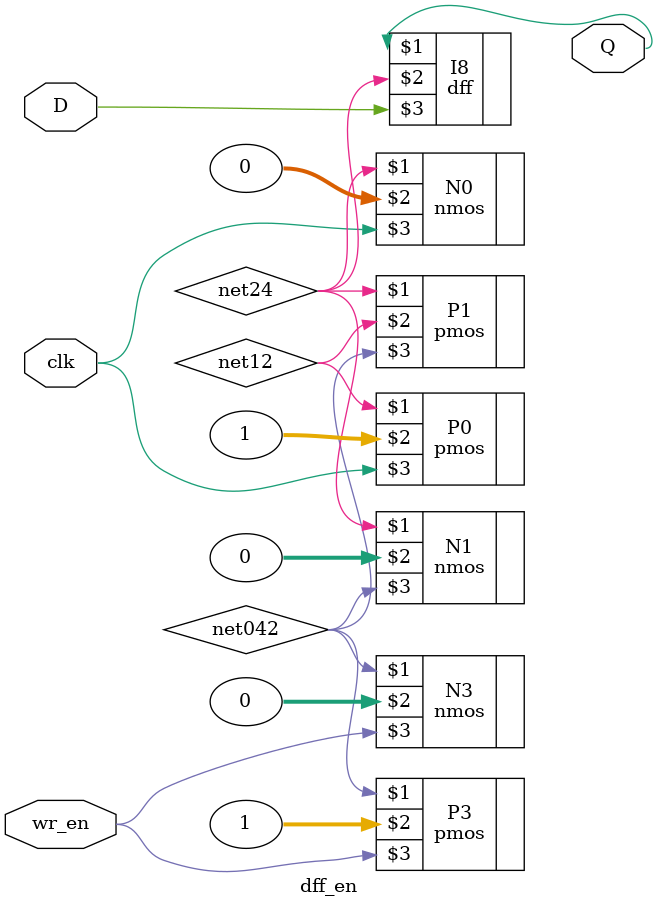
<source format=v>
`timescale 1ns / 1ns 

module dff_en ( Q, D, clk, wr_en );
output  Q;

input  D, clk, wr_en;


specify 
    specparam CDS_LIBNAME  = "ece555_final";
    specparam CDS_CELLNAME = "dff_en";
    specparam CDS_VIEWNAME = "schematic";
endspecify

dff I8 ( Q, net24, D);
pmos P3 ( net042, 1, wr_en);
pmos P0 ( net12, 1, clk);
pmos P1 ( net24, net12, net042);
nmos N3 ( net042, 0, wr_en);
nmos N1 ( net24, 0, net042);
nmos N0 ( net24, 0, clk);

endmodule

</source>
